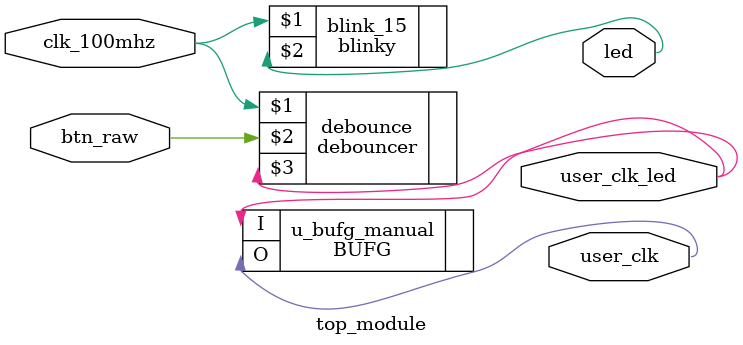
<source format=v>
module top_module(
    input clk_100mhz,
    input btn_raw,
    output led,
    output user_clk_led, 
    output user_clk
    );

   
    blinky                           blink_15(clk_100mhz, led);
    
    debouncer #(.COUNT_MAX(250000))  debounce(clk_100mhz, btn_raw, user_clk_led);
    BUFG                             u_bufg_manual (.I(user_clk_led), .O(user_clk)); //usr_clk to be used as a clock signal
    
    
endmodule
</source>
